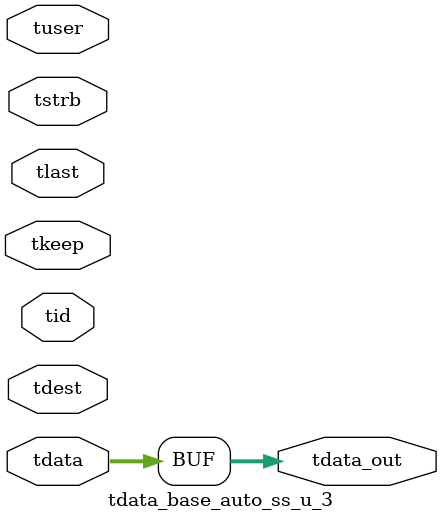
<source format=v>


`timescale 1ps/1ps

module tdata_base_auto_ss_u_3 #
(
parameter C_S_AXIS_TDATA_WIDTH = 32,
parameter C_S_AXIS_TUSER_WIDTH = 0,
parameter C_S_AXIS_TID_WIDTH   = 0,
parameter C_S_AXIS_TDEST_WIDTH = 0,
parameter C_M_AXIS_TDATA_WIDTH = 32
)
(
input  [(C_S_AXIS_TDATA_WIDTH == 0 ? 1 : C_S_AXIS_TDATA_WIDTH)-1:0     ] tdata,
input  [(C_S_AXIS_TUSER_WIDTH == 0 ? 1 : C_S_AXIS_TUSER_WIDTH)-1:0     ] tuser,
input  [(C_S_AXIS_TID_WIDTH   == 0 ? 1 : C_S_AXIS_TID_WIDTH)-1:0       ] tid,
input  [(C_S_AXIS_TDEST_WIDTH == 0 ? 1 : C_S_AXIS_TDEST_WIDTH)-1:0     ] tdest,
input  [(C_S_AXIS_TDATA_WIDTH/8)-1:0 ] tkeep,
input  [(C_S_AXIS_TDATA_WIDTH/8)-1:0 ] tstrb,
input                                                                    tlast,
output [C_M_AXIS_TDATA_WIDTH-1:0] tdata_out
);

assign tdata_out = {tdata[31:0]};

endmodule


</source>
